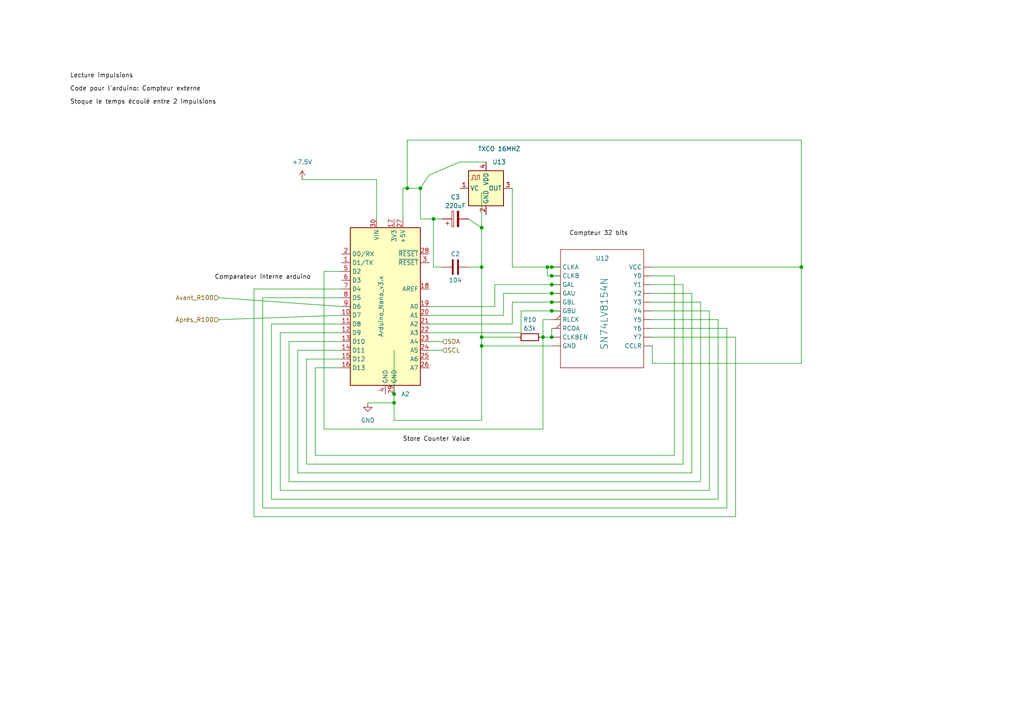
<source format=kicad_sch>
(kicad_sch (version 20211123) (generator eeschema)
  (paper "A4")
  (title_block (title "Calcul du temps entre deux impulsions et longueur d'impulsion") (date "2023-05-24") (rev "1") (company "Laetitia Dallinge Dev") (comment 1 "+41 79 584 48 57") (comment 2 "laetitia.dallinge@gmail.com") (comment 3 "Licence: GNU GPL V3"))
  (lib_symbols
    (symbol "Device:C" (pin_numbers hide) (pin_names (offset 0.254))
      (property "Reference" "C" (at 0.635 2.54 0))
      (property "Value" "C" (at 0.635 -2.54 0))
      (symbol "C_0_1"
        (polyline (pts (xy -2.032 -0.762) (xy 2.032 -0.762)) (stroke (width 0.508)))
        (polyline (pts (xy -2.032 0.762) (xy 2.032 0.762)) (stroke (width 0.508)))
      )
      (symbol "C_1_1"
        (pin passive line (at 0 3.81 270) (length 2.794) (name "~") (number "1"))
        (pin passive line (at 0 -3.81 90) (length 2.794) (name "~") (number "2"))
      )
    )
    (symbol "Device:C_Polarized" (pin_numbers hide) (pin_names (offset 0.254))
      (property "Reference" "C" (at 0.635 2.54 0))
      (property "Value" "C_Polarized" (at 0.635 -2.54 0))
      (symbol "C_Polarized_0_1"
        (rectangle (start -2.286 0.508) (end 2.286 1.016))
        (polyline (pts (xy -1.778 2.286) (xy -0.762 2.286)))
        (polyline (pts (xy -1.27 2.794) (xy -1.27 1.778)))
        (rectangle (start 2.286 -0.508) (end -2.286 -1.016) (fill (type outline)))
      )
      (symbol "C_Polarized_1_1"
        (pin passive line (at 0 3.81 270) (length 2.794) (name "~") (number "1"))
        (pin passive line (at 0 -3.81 90) (length 2.794) (name "~") (number "2"))
      )
    )
    (symbol "Device:R" (pin_numbers hide) (pin_names (offset 0))
      (property "Reference" "R" (at 2.032 0 90))
      (property "Value" "R" (at 0 0 90))
      (symbol "R_0_1"
        (rectangle (start -1.016 -2.54) (end 1.016 2.54) (stroke (width 0.254)))
      )
      (symbol "R_1_1"
        (pin passive line (at 0 3.81 270) (length 1.27) (name "~") (number "1"))
        (pin passive line (at 0 -3.81 90) (length 1.27) (name "~") (number "2"))
      )
    )
    (symbol "MCU_Module:Arduino_Nano_v3.x"
      (property "Reference" "A" (at -10.16 23.495 0))
      (property "Value" "Arduino_Nano_v3.x" (at 5.08 -24.13 0))
      (symbol "Arduino_Nano_v3.x_0_1"
        (rectangle (start -10.16 22.86) (end 10.16 -22.86) (stroke (width 0.254)) (fill (type background)))
      )
      (symbol "Arduino_Nano_v3.x_1_1"
        (pin bidirectional line (at -12.7 12.7 0) (length 2.54) (name "D1/TX") (number "1"))
        (pin bidirectional line (at -12.7 -2.54 0) (length 2.54) (name "D7") (number "10"))
        (pin bidirectional line (at -12.7 -5.08 0) (length 2.54) (name "D8") (number "11"))
        (pin bidirectional line (at -12.7 -7.62 0) (length 2.54) (name "D9") (number "12"))
        (pin bidirectional line (at -12.7 -10.16 0) (length 2.54) (name "D10") (number "13"))
        (pin bidirectional line (at -12.7 -12.7 0) (length 2.54) (name "D11") (number "14"))
        (pin bidirectional line (at -12.7 -15.24 0) (length 2.54) (name "D12") (number "15"))
        (pin bidirectional line (at -12.7 -17.78 0) (length 2.54) (name "D13") (number "16"))
        (pin power_out line (at 2.54 25.4 270) (length 2.54) (name "3V3") (number "17"))
        (pin input line (at 12.7 5.08 180) (length 2.54) (name "AREF") (number "18"))
        (pin bidirectional line (at 12.7 0 180) (length 2.54) (name "A0") (number "19"))
        (pin bidirectional line (at -12.7 15.24 0) (length 2.54) (name "D0/RX") (number "2"))
        (pin bidirectional line (at 12.7 -2.54 180) (length 2.54) (name "A1") (number "20"))
        (pin bidirectional line (at 12.7 -5.08 180) (length 2.54) (name "A2") (number "21"))
        (pin bidirectional line (at 12.7 -7.62 180) (length 2.54) (name "A3") (number "22"))
        (pin bidirectional line (at 12.7 -10.16 180) (length 2.54) (name "A4") (number "23"))
        (pin bidirectional line (at 12.7 -12.7 180) (length 2.54) (name "A5") (number "24"))
        (pin bidirectional line (at 12.7 -15.24 180) (length 2.54) (name "A6") (number "25"))
        (pin bidirectional line (at 12.7 -17.78 180) (length 2.54) (name "A7") (number "26"))
        (pin power_out line (at 5.08 25.4 270) (length 2.54) (name "+5V") (number "27"))
        (pin input line (at 12.7 15.24 180) (length 2.54) (name "~{RESET}") (number "28"))
        (pin power_in line (at 2.54 -25.4 90) (length 2.54) (name "GND") (number "29"))
        (pin input line (at 12.7 12.7 180) (length 2.54) (name "~{RESET}") (number "3"))
        (pin power_in line (at -2.54 25.4 270) (length 2.54) (name "VIN") (number "30"))
        (pin power_in line (at 0 -25.4 90) (length 2.54) (name "GND") (number "4"))
        (pin bidirectional line (at -12.7 10.16 0) (length 2.54) (name "D2") (number "5"))
        (pin bidirectional line (at -12.7 7.62 0) (length 2.54) (name "D3") (number "6"))
        (pin bidirectional line (at -12.7 5.08 0) (length 2.54) (name "D4") (number "7"))
        (pin bidirectional line (at -12.7 2.54 0) (length 2.54) (name "D5") (number "8"))
        (pin bidirectional line (at -12.7 0 0) (length 2.54) (name "D6") (number "9"))
      )
    )
    (symbol "New_Library:SN74LV8154N"
      (property "Reference" "U2" (at 0 0 0))
      (property "Value" "SN74LV8154N" (at -10.16 20.32 0))
      (symbol "SN74LV8154N_0_1"
        (rectangle (start -11.43 15.24) (end 12.7 -19.05))
      )
      (symbol "SN74LV8154N_1_1"
        (pin input line (at 15.24 -12.7 180) (length 2.54) (name "CCLR") (number ""))
        (pin input line (at -13.97 10.16 0) (length 2.54) (name "CLKA") (number ""))
        (pin input line (at -13.97 7.62 0) (length 2.54) (name "CLKB") (number ""))
        (pin input line (at -13.97 -10.16 0) (length 2.54) (name "CLKBEN") (number ""))
        (pin input line (at -13.97 5.08 0) (length 2.54) (name "GAL") (number ""))
        (pin input line (at -13.97 2.54 0) (length 2.54) (name "GAU") (number ""))
        (pin input line (at -13.97 0 0) (length 2.54) (name "GBL") (number ""))
        (pin input line (at -13.97 -2.54 0) (length 2.54) (name "GBU") (number ""))
        (pin input line (at -13.97 -12.7 0) (length 2.54) (name "GND") (number ""))
        (pin input output_low (at -13.97 -7.62 0) (length 2.54) (name "RCOA") (number ""))
        (pin input output_low (at -13.97 -5.08 0) (length 2.54) (name "RLCK") (number ""))
        (pin input line (at 15.24 10.16 180) (length 2.54) (name "VCC") (number ""))
        (pin output line (at 15.24 7.62 180) (length 2.54) (name "Y0") (number ""))
        (pin output line (at 15.24 5.08 180) (length 2.54) (name "Y1") (number ""))
        (pin output line (at 15.24 2.54 180) (length 2.54) (name "Y2") (number ""))
        (pin output line (at 15.24 0 180) (length 2.54) (name "Y3") (number ""))
        (pin output line (at 15.24 -2.54 180) (length 2.54) (name "Y4") (number ""))
        (pin output line (at 15.24 -5.08 180) (length 2.54) (name "Y5") (number ""))
        (pin output line (at 15.24 -7.62 180) (length 2.54) (name "Y6") (number ""))
        (pin output line (at 15.24 -10.16 180) (length 2.54) (name "Y7") (number ""))
      )
    )
    (symbol "Oscillator:FT5HV"
      (property "Reference" "U" (at 5.08 11.43 0))
      (property "Value" "FT5HV" (at 6.35 8.89 0))
      (symbol "FT5HV_0_1"
        (rectangle (start -5.08 5.08) (end 5.08 -5.08) (stroke (width 0.254)) (fill (type background)))
        (polyline (pts (xy -4.445 2.54) (xy -3.81 2.54) (xy -3.81 3.81) (xy -3.175 3.81) (xy -3.175 2.54) (xy -2.54 2.54) (xy -2.54 3.81) (xy -1.905 3.81) (xy -1.905 2.54)))
      )
      (symbol "FT5HV_1_1"
        (pin input line (at -7.62 0 0) (length 2.54) (name "VC") (number "1"))
        (pin power_in line (at 0 -7.62 90) (length 2.54) (name "GND") (number "2"))
        (pin output line (at 7.62 0 180) (length 2.54) (name "OUT") (number "3"))
        (pin power_in line (at 0 7.62 270) (length 2.54) (name "VDD") (number "4"))
      )
    )
    (symbol "power:+7.5V" (power) (pin_names (offset 0))
      (property "Value" "+7.5V" (at 0 3.556 0))
      (symbol "+7.5V_0_1"
        (polyline (pts (xy -0.762 1.27) (xy 0 2.54)))
        (polyline (pts (xy 0 0) (xy 0 2.54)))
        (polyline (pts (xy 0 2.54) (xy 0.762 1.27)))
      )
      (symbol "+7.5V_1_1"
        (pin power_in line (at 0 0 90) (length 0) hide (name "+7.5V") (number "1"))
      )
    )
    (symbol "power:GND" (power) (pin_names (offset 0))
      (property "Value" "GND" (at 0 -3.81 0))
      (symbol "GND_0_1"
        (polyline (pts (xy 0 0) (xy 0 -1.27) (xy 1.27 -1.27) (xy 0 -2.54) (xy -1.27 -1.27) (xy 0 -1.27)))
      )
      (symbol "GND_1_1"
        (pin power_in line (at 0 0 270) (length 0) hide (name "GND") (number "1"))
      )
    )
  )
  (junction (at 160.02 87.63))
  (junction (at 157.48 97.79))
  (junction (at 160.02 85.09))
  (junction (at 114.3 116.84))
  (junction (at 160.02 82.55))
  (junction (at 139.7 77.47))
  (junction (at 139.7 97.79))
  (junction (at 160.02 97.79))
  (junction (at 232.41 77.47))
  (junction (at 160.02 80.01))
  (junction (at 121.92 54.61))
  (junction (at 158.75 77.47))
  (junction (at 160.02 77.47))
  (junction (at 118.11 54.61))
  (junction (at 160.02 90.17))
  (junction (at 139.7 100.33))
  (junction (at 139.7 66.04))
  (junction (at 114.3 114.3))
  (junction (at 125.73 63.5))
  (wire (pts (xy 189.23 105.41) (xy 232.41 105.41)))
  (wire (pts (xy 63.5 86.36) (xy 99.06 88.9)))
  (wire (pts (xy 151.13 90.17) (xy 160.02 90.17)))
  (wire (pts (xy 195.58 80.01) (xy 195.58 132.08)))
  (wire (pts (xy 109.22 52.07) (xy 109.22 63.5)))
  (wire (pts (xy 213.36 97.79) (xy 189.23 97.79)))
  (wire (pts (xy 203.2 139.7) (xy 203.2 87.63)))
  (wire (pts (xy 189.23 82.55) (xy 198.12 82.55)))
  (wire (pts (xy 125.73 63.5) (xy 128.27 63.5)))
  (wire (pts (xy 157.48 124.46) (xy 93.98 124.46)))
  (wire (pts (xy 124.46 91.44) (xy 146.05 91.44)))
  (wire (pts (xy 189.23 90.17) (xy 205.74 90.17)))
  (wire (pts (xy 93.98 124.46) (xy 93.98 78.74)))
  (wire (pts (xy 205.74 90.17) (xy 205.74 142.24)))
  (wire (pts (xy 93.98 78.74) (xy 99.06 78.74)))
  (wire (pts (xy 125.73 63.5) (xy 125.73 77.47)))
  (wire (pts (xy 189.23 95.25) (xy 210.82 95.25)))
  (wire (pts (xy 232.41 77.47) (xy 232.41 105.41)))
  (wire (pts (xy 99.06 101.6) (xy 86.36 101.6)))
  (wire (pts (xy 148.59 87.63) (xy 148.59 93.98)))
  (wire (pts (xy 210.82 95.25) (xy 210.82 147.32)))
  (wire (pts (xy 208.28 92.71) (xy 189.23 92.71)))
  (wire (pts (xy 86.36 137.16) (xy 200.66 137.16)))
  (wire (pts (xy 116.84 54.61) (xy 116.84 63.5)))
  (wire (pts (xy 143.51 88.9) (xy 124.46 88.9)))
  (wire (pts (xy 232.41 40.64) (xy 118.11 40.64)))
  (wire (pts (xy 121.92 54.61) (xy 121.92 63.5)))
  (wire (pts (xy 146.05 85.09) (xy 160.02 85.09)))
  (wire (pts (xy 135.89 77.47) (xy 139.7 77.47)))
  (wire (pts (xy 143.51 82.55) (xy 143.51 88.9)))
  (wire (pts (xy 135.89 63.5) (xy 139.7 66.04)))
  (wire (pts (xy 146.05 91.44) (xy 146.05 85.09)))
  (wire (pts (xy 88.9 104.14) (xy 99.06 104.14)))
  (wire (pts (xy 118.11 54.61) (xy 121.92 54.61)))
  (wire (pts (xy 162.56 87.63) (xy 160.02 87.63)))
  (wire (pts (xy 114.3 114.3) (xy 114.3 116.84)))
  (wire (pts (xy 73.66 83.82) (xy 99.06 83.82)))
  (wire (pts (xy 198.12 82.55) (xy 198.12 134.62)))
  (wire (pts (xy 158.75 77.47) (xy 148.59 77.47)))
  (wire (pts (xy 160.02 82.55) (xy 143.51 82.55)))
  (wire (pts (xy 88.9 134.62) (xy 88.9 104.14)))
  (wire (pts (xy 160.02 77.47) (xy 158.75 77.47)))
  (wire (pts (xy 91.44 106.68) (xy 99.06 106.68)))
  (wire (pts (xy 87.63 52.07) (xy 109.22 52.07)))
  (wire (pts (xy 157.48 97.79) (xy 157.48 124.46)))
  (wire (pts (xy 148.59 77.47) (xy 148.59 54.61)))
  (wire (pts (xy 200.66 137.16) (xy 200.66 85.09)))
  (wire (pts (xy 189.23 85.09) (xy 200.66 85.09)))
  (wire (pts (xy 160.02 90.17) (xy 162.56 90.17)))
  (wire (pts (xy 99.06 91.44) (xy 63.5 92.71)))
  (wire (pts (xy 81.28 142.24) (xy 81.28 96.52)))
  (wire (pts (xy 139.7 77.47) (xy 139.7 97.79)))
  (wire (pts (xy 81.28 96.52) (xy 99.06 96.52)))
  (wire (pts (xy 133.35 46.99) (xy 140.97 46.99)))
  (wire (pts (xy 189.23 77.47) (xy 232.41 77.47)))
  (wire (pts (xy 73.66 149.86) (xy 213.36 149.86)))
  (wire (pts (xy 78.74 93.98) (xy 78.74 144.78)))
  (wire (pts (xy 86.36 101.6) (xy 86.36 137.16)))
  (wire (pts (xy 208.28 144.78) (xy 208.28 92.71)))
  (wire (pts (xy 116.84 54.61) (xy 118.11 54.61)))
  (wire (pts (xy 139.7 97.79) (xy 139.7 100.33)))
  (wire (pts (xy 139.7 121.92) (xy 114.3 121.92)))
  (wire (pts (xy 205.74 142.24) (xy 81.28 142.24)))
  (wire (pts (xy 73.66 83.82) (xy 73.66 149.86)))
  (wire (pts (xy 139.7 97.79) (xy 149.86 97.79)))
  (wire (pts (xy 99.06 93.98) (xy 78.74 93.98)))
  (wire (pts (xy 160.02 85.09) (xy 162.56 85.09)))
  (wire (pts (xy 121.92 63.5) (xy 125.73 63.5)))
  (wire (pts (xy 189.23 87.63) (xy 203.2 87.63)))
  (wire (pts (xy 83.82 139.7) (xy 83.82 99.06)))
  (wire (pts (xy 118.11 40.64) (xy 118.11 54.61)))
  (wire (pts (xy 78.74 144.78) (xy 208.28 144.78)))
  (wire (pts (xy 83.82 99.06) (xy 99.06 99.06)))
  (wire (pts (xy 198.12 134.62) (xy 88.9 134.62)))
  (wire (pts (xy 106.68 116.84) (xy 114.3 116.84)))
  (wire (pts (xy 139.7 66.04) (xy 139.7 77.47)))
  (wire (pts (xy 139.7 100.33) (xy 139.7 121.92)))
  (wire (pts (xy 91.44 132.08) (xy 91.44 106.68)))
  (wire (pts (xy 139.7 100.33) (xy 160.02 100.33)))
  (wire (pts (xy 114.3 101.6) (xy 114.3 114.3)))
  (wire (pts (xy 195.58 132.08) (xy 91.44 132.08)))
  (wire (pts (xy 99.06 86.36) (xy 76.2 86.36)))
  (wire (pts (xy 160.02 92.71) (xy 157.48 92.71)))
  (wire (pts (xy 158.75 80.01) (xy 160.02 80.01)))
  (wire (pts (xy 158.75 77.47) (xy 158.75 80.01)))
  (wire (pts (xy 162.56 77.47) (xy 160.02 77.47)))
  (wire (pts (xy 160.02 87.63) (xy 148.59 87.63)))
  (wire (pts (xy 124.46 99.06) (xy 128.27 99.06)))
  (wire (pts (xy 114.3 116.84) (xy 114.3 121.92)))
  (wire (pts (xy 203.2 139.7) (xy 83.82 139.7)))
  (wire (pts (xy 124.46 96.52) (xy 151.13 96.52)))
  (wire (pts (xy 76.2 86.36) (xy 76.2 147.32)))
  (wire (pts (xy 160.02 95.25) (xy 160.02 97.79)))
  (wire (pts (xy 189.23 80.01) (xy 195.58 80.01)))
  (wire (pts (xy 162.56 82.55) (xy 160.02 82.55)))
  (wire (pts (xy 232.41 77.47) (xy 232.41 40.64)))
  (wire (pts (xy 124.46 101.6) (xy 128.27 101.6)))
  (wire (pts (xy 139.7 55.88) (xy 139.7 66.04)))
  (wire (pts (xy 189.23 105.41) (xy 189.23 100.33)))
  (wire (pts (xy 160.02 80.01) (xy 162.56 80.01)))
  (wire (pts (xy 157.48 97.79) (xy 160.02 97.79)))
  (wire (pts (xy 157.48 92.71) (xy 157.48 97.79)))
  (wire (pts (xy 124.46 50.8) (xy 121.92 54.61)))
  (wire (pts (xy 151.13 96.52) (xy 151.13 90.17)))
  (wire (pts (xy 213.36 149.86) (xy 213.36 97.79)))
  (wire (pts (xy 124.46 50.8) (xy 133.35 46.99)))
  (wire (pts (xy 124.46 93.98) (xy 148.59 93.98)))
  (wire (pts (xy 210.82 147.32) (xy 76.2 147.32)))
  (wire (pts (xy 125.73 77.47) (xy 128.27 77.47)))
  (label "Lecture impulsions" (at 20.32 22.86 0))
  (label "Code pour l'arduino: Compteur externe" (at 20.32 26.67 0))
  (label "Store Counter Value" (at 116.84 128.27 0))
  (label "Stoque le temps écoulé entre 2 impulsions" (at 20.32 30.48 0))
  (label "Compteur 32 bits" (at 165.1 68.58 0))
  (label "Comparateur interne arduino" (at 62.23 81.28 0))
  (hierarchical_label "Après_R100" (shape input) (at 63.5 92.71 180))
  (hierarchical_label "SCL" (shape input) (at 128.27 101.6 0))
  (hierarchical_label "SDA" (shape input) (at 128.27 99.06 0))
  (hierarchical_label "Avant_R100" (shape input) (at 63.5 86.36 180))
  (symbol (lib_id "New_Library:SN74LV8154N") (at 173.99 87.63 0) (unit 1)
    (property "Reference" "U12" (at 172.72 74.93 0) (effects (justify left)))
    (property "Value" "SN74LV8154N" (at 175.26 101.6 90) (effects (font (size 2 2)) (justify left)))
  )
  (symbol (lib_id "Device:C") (at 132.08 77.47 270) (unit 1)
    (property "Reference" "C2" (at 132.08 73.66 90))
    (property "Value" "104" (at 132.08 81.28 90))
  )
  (symbol (lib_id "power:+7.5V") (at 87.63 52.07 0) (unit 1)
    (property "Reference" "#PWR?" (effects hide))
    (property "Value" "+7.5V" (at 87.63 46.99 0))
  )
  (symbol (lib_id "Device:C_Polarized") (at 132.08 63.5 90) (unit 1)
    (property "Reference" "C3" (at 132.08 57.15 90))
    (property "Value" "220uF" (at 132.08 59.69 90))
  )
  (symbol (lib_id "MCU_Module:Arduino_Nano_v3.x") (at 111.76 88.9 0) (unit 1)
    (property "Reference" "A2" (at 116.3194 114.3 0) (effects (justify left)))
    (property "Value" "Arduino_Nano_v3.x" (at 110.49 97.79 90) (effects (justify left)))
    (property "Footprint" "Module:Arduino_Nano" (effects hide))
    (property "Datasheet" "http://www.mouser.com/pdfdocs/Gravitech_Arduino_Nano3_0.pdf" (effects hide))
  )
  (symbol (lib_id "power:GND") (at 106.68 116.84 0) (unit 1)
    (property "Reference" "#PWR?" (effects hide))
    (property "Value" "GND" (at 106.68 121.92 0))
  )
  (symbol (lib_id "Oscillator:FT5HV") (at 140.97 54.61 0) (unit 1)
    (property "Reference" "U13" (at 144.78 46.99 0))
    (property "Value" "TXCO 16MHZ" (at 144.78 43.18 0))
    (property "Footprint" "Oscillator:Oscillator_SMD_Fox_FT5H_5.0x3.2mm" (effects hide))
    (property "Datasheet" "https://foxonline.com/wp-content/uploads/pdfs/T5HN_T5HV.pdf" (effects hide))
  )
  (symbol (lib_id "Device:R") (at 153.67 97.79 270) (unit 1)
    (property "Reference" "R10" (at 153.67 92.71 90))
    (property "Value" "63k" (at 153.67 95.25 90))
  )
)
</source>
